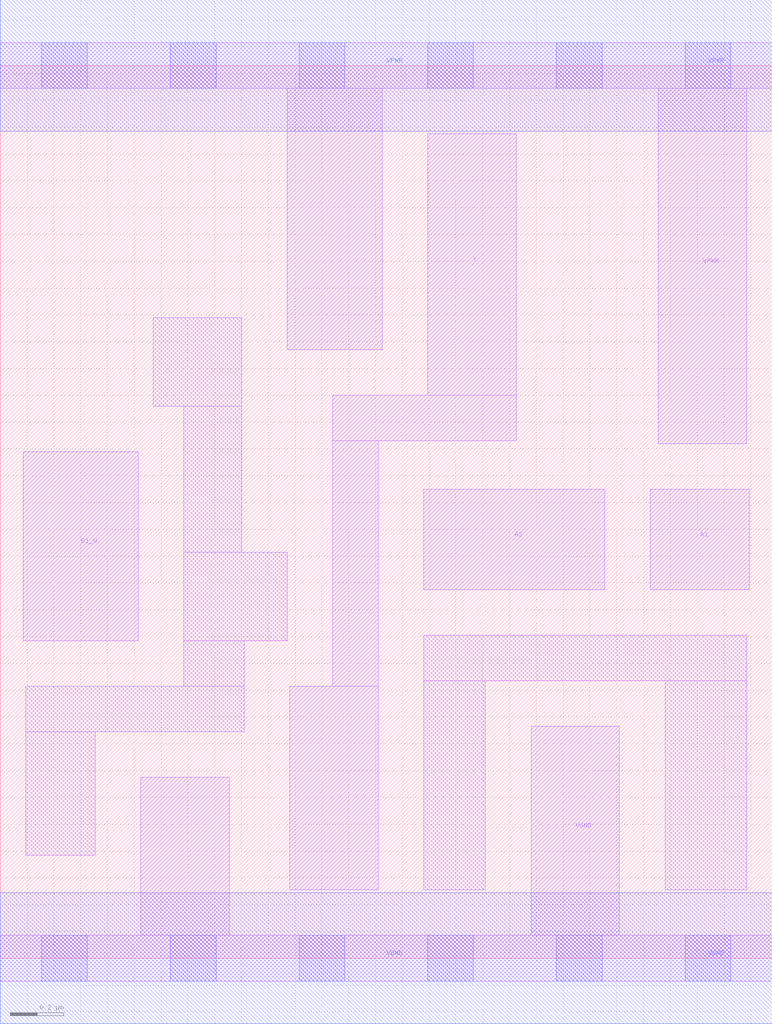
<source format=lef>
# Copyright 2020 The SkyWater PDK Authors
#
# Licensed under the Apache License, Version 2.0 (the "License");
# you may not use this file except in compliance with the License.
# You may obtain a copy of the License at
#
#     https://www.apache.org/licenses/LICENSE-2.0
#
# Unless required by applicable law or agreed to in writing, software
# distributed under the License is distributed on an "AS IS" BASIS,
# WITHOUT WARRANTIES OR CONDITIONS OF ANY KIND, either express or implied.
# See the License for the specific language governing permissions and
# limitations under the License.
#
# SPDX-License-Identifier: Apache-2.0

VERSION 5.7 ;
  NAMESCASESENSITIVE ON ;
  NOWIREEXTENSIONATPIN ON ;
  DIVIDERCHAR "/" ;
  BUSBITCHARS "[]" ;
UNITS
  DATABASE MICRONS 200 ;
END UNITS
MACRO sky130_fd_sc_lp__o21bai_1
  CLASS CORE ;
  SOURCE USER ;
  FOREIGN sky130_fd_sc_lp__o21bai_1 ;
  ORIGIN  0.000000  0.000000 ;
  SIZE  2.880000 BY  3.330000 ;
  SYMMETRY X Y R90 ;
  SITE unit ;
  PIN A1
    ANTENNAGATEAREA  0.315000 ;
    DIRECTION INPUT ;
    USE SIGNAL ;
    PORT
      LAYER li1 ;
        RECT 2.425000 1.375000 2.795000 1.750000 ;
    END
  END A1
  PIN A2
    ANTENNAGATEAREA  0.315000 ;
    DIRECTION INPUT ;
    USE SIGNAL ;
    PORT
      LAYER li1 ;
        RECT 1.580000 1.375000 2.255000 1.750000 ;
    END
  END A2
  PIN B1_N
    ANTENNAGATEAREA  0.126000 ;
    DIRECTION INPUT ;
    USE SIGNAL ;
    PORT
      LAYER li1 ;
        RECT 0.085000 1.185000 0.515000 1.890000 ;
    END
  END B1_N
  PIN Y
    ANTENNADIFFAREA  0.764400 ;
    DIRECTION OUTPUT ;
    USE SIGNAL ;
    PORT
      LAYER li1 ;
        RECT 1.080000 0.255000 1.410000 1.015000 ;
        RECT 1.240000 1.015000 1.410000 1.930000 ;
        RECT 1.240000 1.930000 1.925000 2.100000 ;
        RECT 1.595000 2.100000 1.925000 3.075000 ;
    END
  END Y
  PIN VGND
    DIRECTION INOUT ;
    USE GROUND ;
    PORT
      LAYER li1 ;
        RECT 0.000000 -0.085000 2.880000 0.085000 ;
        RECT 0.525000  0.085000 0.855000 0.675000 ;
        RECT 1.980000  0.085000 2.310000 0.865000 ;
      LAYER mcon ;
        RECT 0.155000 -0.085000 0.325000 0.085000 ;
        RECT 0.635000 -0.085000 0.805000 0.085000 ;
        RECT 1.115000 -0.085000 1.285000 0.085000 ;
        RECT 1.595000 -0.085000 1.765000 0.085000 ;
        RECT 2.075000 -0.085000 2.245000 0.085000 ;
        RECT 2.555000 -0.085000 2.725000 0.085000 ;
      LAYER met1 ;
        RECT 0.000000 -0.245000 2.880000 0.245000 ;
    END
  END VGND
  PIN VPWR
    DIRECTION INOUT ;
    USE POWER ;
    PORT
      LAYER li1 ;
        RECT 0.000000 3.245000 2.880000 3.415000 ;
        RECT 1.070000 2.270000 1.425000 3.245000 ;
        RECT 2.455000 1.920000 2.785000 3.245000 ;
      LAYER mcon ;
        RECT 0.155000 3.245000 0.325000 3.415000 ;
        RECT 0.635000 3.245000 0.805000 3.415000 ;
        RECT 1.115000 3.245000 1.285000 3.415000 ;
        RECT 1.595000 3.245000 1.765000 3.415000 ;
        RECT 2.075000 3.245000 2.245000 3.415000 ;
        RECT 2.555000 3.245000 2.725000 3.415000 ;
      LAYER met1 ;
        RECT 0.000000 3.085000 2.880000 3.575000 ;
    END
  END VPWR
  OBS
    LAYER li1 ;
      RECT 0.095000 0.385000 0.355000 0.845000 ;
      RECT 0.095000 0.845000 0.910000 1.015000 ;
      RECT 0.570000 2.060000 0.900000 2.390000 ;
      RECT 0.685000 1.015000 0.910000 1.185000 ;
      RECT 0.685000 1.185000 1.070000 1.515000 ;
      RECT 0.685000 1.515000 0.900000 2.060000 ;
      RECT 1.580000 0.255000 1.810000 1.035000 ;
      RECT 1.580000 1.035000 2.785000 1.205000 ;
      RECT 2.480000 0.255000 2.785000 1.035000 ;
  END
END sky130_fd_sc_lp__o21bai_1

</source>
